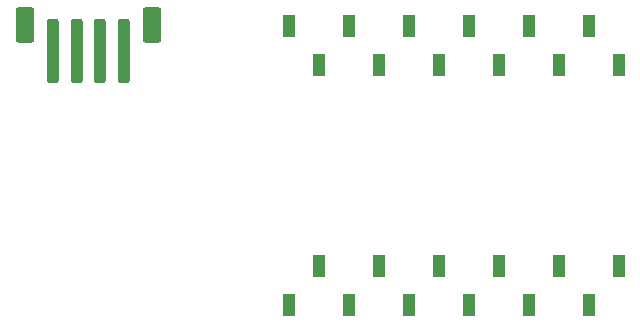
<source format=gbr>
%TF.GenerationSoftware,KiCad,Pcbnew,7.0.6*%
%TF.CreationDate,2023-10-13T04:00:25-07:00*%
%TF.ProjectId,SAL-FP_Keyboard,53414c2d-4650-45f4-9b65-79626f617264,A*%
%TF.SameCoordinates,PX8be9df0PY734a290*%
%TF.FileFunction,Paste,Bot*%
%TF.FilePolarity,Positive*%
%FSLAX46Y46*%
G04 Gerber Fmt 4.6, Leading zero omitted, Abs format (unit mm)*
G04 Created by KiCad (PCBNEW 7.0.6) date 2023-10-13 04:00:25*
%MOMM*%
%LPD*%
G01*
G04 APERTURE LIST*
G04 Aperture macros list*
%AMRoundRect*
0 Rectangle with rounded corners*
0 $1 Rounding radius*
0 $2 $3 $4 $5 $6 $7 $8 $9 X,Y pos of 4 corners*
0 Add a 4 corners polygon primitive as box body*
4,1,4,$2,$3,$4,$5,$6,$7,$8,$9,$2,$3,0*
0 Add four circle primitives for the rounded corners*
1,1,$1+$1,$2,$3*
1,1,$1+$1,$4,$5*
1,1,$1+$1,$6,$7*
1,1,$1+$1,$8,$9*
0 Add four rect primitives between the rounded corners*
20,1,$1+$1,$2,$3,$4,$5,0*
20,1,$1+$1,$4,$5,$6,$7,0*
20,1,$1+$1,$6,$7,$8,$9,0*
20,1,$1+$1,$8,$9,$2,$3,0*%
G04 Aperture macros list end*
%ADD10RoundRect,0.250000X0.250000X2.500000X-0.250000X2.500000X-0.250000X-2.500000X0.250000X-2.500000X0*%
%ADD11RoundRect,0.250000X0.550000X1.250000X-0.550000X1.250000X-0.550000X-1.250000X0.550000X-1.250000X0*%
%ADD12R,1.000000X1.900000*%
G04 APERTURE END LIST*
D10*
%TO.C,J1*%
X-97228000Y-5340000D03*
X-99228000Y-5340000D03*
X-101228000Y-5340000D03*
X-103228000Y-5340000D03*
D11*
X-94828000Y-3090000D03*
X-105628000Y-3090000D03*
%TD*%
D12*
%TO.C,J3*%
X-55270000Y-23510000D03*
X-57810000Y-26810000D03*
X-60350000Y-23510000D03*
X-62890000Y-26810000D03*
X-65430000Y-23510000D03*
X-67970000Y-26810000D03*
X-70510000Y-23510000D03*
X-73050000Y-26810000D03*
X-75590000Y-23510000D03*
X-78130000Y-26810000D03*
X-80670000Y-23510000D03*
X-83210000Y-26810000D03*
%TD*%
%TO.C,J2*%
X-55270000Y-6490000D03*
X-57810000Y-3190000D03*
X-60350000Y-6490000D03*
X-62890000Y-3190000D03*
X-65430000Y-6490000D03*
X-67970000Y-3190000D03*
X-70510000Y-6490000D03*
X-73050000Y-3190000D03*
X-75590000Y-6490000D03*
X-78130000Y-3190000D03*
X-80670000Y-6490000D03*
X-83210000Y-3190000D03*
%TD*%
M02*

</source>
